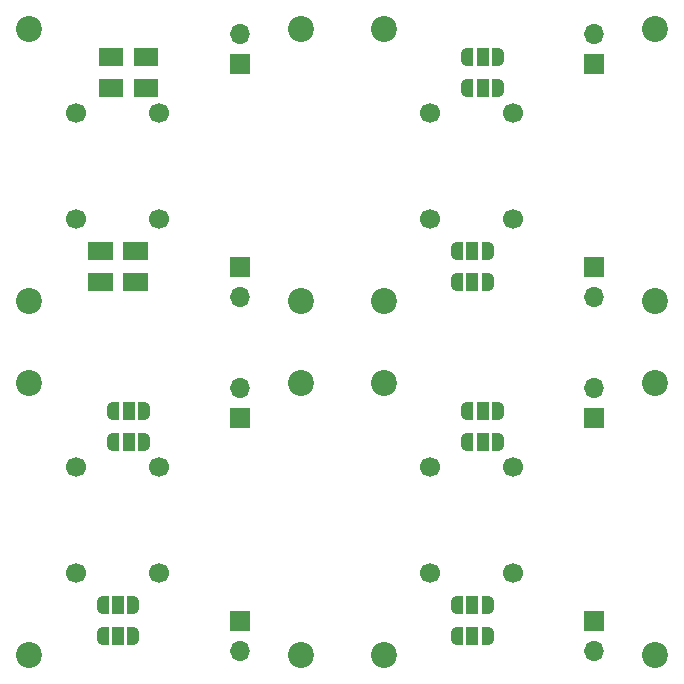
<source format=gbs>
G04 #@! TF.GenerationSoftware,KiCad,Pcbnew,8.0.1*
G04 #@! TF.CreationDate,2024-03-24T21:19:35-05:00*
G04 #@! TF.ProjectId,minimidi_v1,6d696e69-6d69-4646-995f-76312e6b6963,rev?*
G04 #@! TF.SameCoordinates,Original*
G04 #@! TF.FileFunction,Soldermask,Bot*
G04 #@! TF.FilePolarity,Negative*
%FSLAX46Y46*%
G04 Gerber Fmt 4.6, Leading zero omitted, Abs format (unit mm)*
G04 Created by KiCad (PCBNEW 8.0.1) date 2024-03-24 21:19:35*
%MOMM*%
%LPD*%
G01*
G04 APERTURE LIST*
G04 Aperture macros list*
%AMFreePoly0*
4,1,6,1.000000,0.000000,0.500000,-0.750000,-0.500000,-0.750000,-0.500000,0.750000,0.500000,0.750000,1.000000,0.000000,1.000000,0.000000,$1*%
%AMFreePoly1*
4,1,19,0.550000,-0.750000,0.000000,-0.750000,0.000000,-0.744911,-0.071157,-0.744911,-0.207708,-0.704816,-0.327430,-0.627875,-0.420627,-0.520320,-0.479746,-0.390866,-0.500000,-0.250000,-0.500000,0.250000,-0.479746,0.390866,-0.420627,0.520320,-0.327430,0.627875,-0.207708,0.704816,-0.071157,0.744911,0.000000,0.744911,0.000000,0.750000,0.550000,0.750000,0.550000,-0.750000,0.550000,-0.750000,
$1*%
%AMFreePoly2*
4,1,19,0.000000,0.744911,0.071157,0.744911,0.207708,0.704816,0.327430,0.627875,0.420627,0.520320,0.479746,0.390866,0.500000,0.250000,0.500000,-0.250000,0.479746,-0.390866,0.420627,-0.520320,0.327430,-0.627875,0.207708,-0.704816,0.071157,-0.744911,0.000000,-0.744911,0.000000,-0.750000,-0.550000,-0.750000,-0.550000,0.750000,0.000000,0.750000,0.000000,0.744911,0.000000,0.744911,
$1*%
G04 Aperture macros list end*
%ADD10R,1.500000X1.500000*%
%ADD11FreePoly0,180.000000*%
%ADD12FreePoly0,0.000000*%
%ADD13C,1.700000*%
%ADD14FreePoly1,180.000000*%
%ADD15R,1.000000X1.500000*%
%ADD16FreePoly2,180.000000*%
%ADD17C,2.200000*%
%ADD18R,1.700000X1.700000*%
%ADD19O,1.700000X1.700000*%
G04 APERTURE END LIST*
D10*
X132100000Y-84900000D03*
X129700000Y-84900000D03*
D11*
X132900000Y-84900000D03*
D12*
X128900000Y-84900000D03*
D10*
X132100000Y-87500000D03*
X129700000Y-87500000D03*
D11*
X132900000Y-87500000D03*
D12*
X128900000Y-87500000D03*
D10*
X131200000Y-101300000D03*
X128800000Y-101300000D03*
D11*
X132000000Y-101300000D03*
D12*
X128000000Y-101300000D03*
D10*
X131200000Y-103900000D03*
X128800000Y-103900000D03*
D11*
X132000000Y-103900000D03*
D12*
X128000000Y-103900000D03*
D13*
X156468098Y-128575000D03*
X163468098Y-128575000D03*
D14*
X132200000Y-117475000D03*
D15*
X130900000Y-117475000D03*
D16*
X129600000Y-117475000D03*
D17*
X152500000Y-135475000D03*
D14*
X162200000Y-117475000D03*
D15*
X160900000Y-117475000D03*
D16*
X159600000Y-117475000D03*
D14*
X132200000Y-114875000D03*
D15*
X130900000Y-114875000D03*
D16*
X129600000Y-114875000D03*
D17*
X145500000Y-135475000D03*
D18*
X140300000Y-132635000D03*
D19*
X140300000Y-135175000D03*
D14*
X131300000Y-133875000D03*
D15*
X130000000Y-133875000D03*
D16*
X128700000Y-133875000D03*
D13*
X126468098Y-128575000D03*
X133468098Y-128575000D03*
D14*
X161300000Y-133875000D03*
D15*
X160000000Y-133875000D03*
D16*
X158700000Y-133875000D03*
D17*
X152500000Y-112475000D03*
D18*
X170300000Y-115475000D03*
D19*
X170300000Y-112935000D03*
D14*
X161300000Y-131275000D03*
D15*
X160000000Y-131275000D03*
D16*
X158700000Y-131275000D03*
D17*
X175500000Y-112475000D03*
X145500000Y-112475000D03*
D13*
X126468098Y-119575000D03*
X133468098Y-119575000D03*
D18*
X170300000Y-132635000D03*
D19*
X170300000Y-135175000D03*
D13*
X156468098Y-119575000D03*
X163468098Y-119575000D03*
D14*
X162200000Y-114875000D03*
D15*
X160900000Y-114875000D03*
D16*
X159600000Y-114875000D03*
D14*
X131300000Y-131275000D03*
D15*
X130000000Y-131275000D03*
D16*
X128700000Y-131275000D03*
D17*
X122500000Y-112475000D03*
X122500000Y-135475000D03*
X175500000Y-135475000D03*
D18*
X140300000Y-115475000D03*
D19*
X140300000Y-112935000D03*
D14*
X162200000Y-87500000D03*
D15*
X160900000Y-87500000D03*
D16*
X159600000Y-87500000D03*
D14*
X162200000Y-84900000D03*
D15*
X160900000Y-84900000D03*
D16*
X159600000Y-84900000D03*
D17*
X175500000Y-105500000D03*
D18*
X170300000Y-102660000D03*
D19*
X170300000Y-105200000D03*
D14*
X161300000Y-103900000D03*
D15*
X160000000Y-103900000D03*
D16*
X158700000Y-103900000D03*
D13*
X156468098Y-98600000D03*
X163468098Y-98600000D03*
D17*
X175500000Y-82500000D03*
D13*
X156468098Y-89600000D03*
X163468098Y-89600000D03*
D14*
X161300000Y-101300000D03*
D15*
X160000000Y-101300000D03*
D16*
X158700000Y-101300000D03*
D17*
X152500000Y-82500000D03*
X152500000Y-105500000D03*
D18*
X170300000Y-85500000D03*
D19*
X170300000Y-82960000D03*
D17*
X145500000Y-105500000D03*
X145500000Y-82500000D03*
X122500000Y-105500000D03*
X122500000Y-82500000D03*
D13*
X126468098Y-89600000D03*
X133468098Y-89600000D03*
D18*
X140300000Y-85500000D03*
D19*
X140300000Y-82960000D03*
D13*
X133468098Y-98600000D03*
X126468098Y-98600000D03*
D18*
X140300000Y-102660000D03*
D19*
X140300000Y-105200000D03*
M02*

</source>
